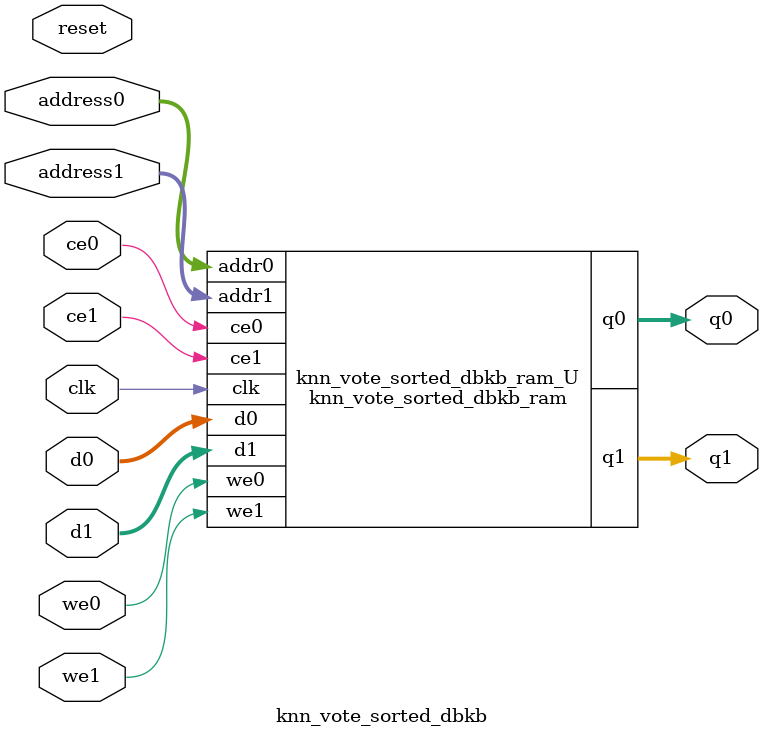
<source format=v>
`timescale 1 ns / 1 ps
module knn_vote_sorted_dbkb_ram (addr0, ce0, d0, we0, q0, addr1, ce1, d1, we1, q1,  clk);

parameter DWIDTH = 6;
parameter AWIDTH = 5;
parameter MEM_SIZE = 30;

input[AWIDTH-1:0] addr0;
input ce0;
input[DWIDTH-1:0] d0;
input we0;
output reg[DWIDTH-1:0] q0;
input[AWIDTH-1:0] addr1;
input ce1;
input[DWIDTH-1:0] d1;
input we1;
output reg[DWIDTH-1:0] q1;
input clk;

(* ram_style = "block" *)reg [DWIDTH-1:0] ram[0:MEM_SIZE-1];




always @(posedge clk)  
begin 
    if (ce0) begin
        if (we0) 
            ram[addr0] <= d0; 
        q0 <= ram[addr0];
    end
end


always @(posedge clk)  
begin 
    if (ce1) begin
        if (we1) 
            ram[addr1] <= d1; 
        q1 <= ram[addr1];
    end
end


endmodule

`timescale 1 ns / 1 ps
module knn_vote_sorted_dbkb(
    reset,
    clk,
    address0,
    ce0,
    we0,
    d0,
    q0,
    address1,
    ce1,
    we1,
    d1,
    q1);

parameter DataWidth = 32'd6;
parameter AddressRange = 32'd30;
parameter AddressWidth = 32'd5;
input reset;
input clk;
input[AddressWidth - 1:0] address0;
input ce0;
input we0;
input[DataWidth - 1:0] d0;
output[DataWidth - 1:0] q0;
input[AddressWidth - 1:0] address1;
input ce1;
input we1;
input[DataWidth - 1:0] d1;
output[DataWidth - 1:0] q1;



knn_vote_sorted_dbkb_ram knn_vote_sorted_dbkb_ram_U(
    .clk( clk ),
    .addr0( address0 ),
    .ce0( ce0 ),
    .we0( we0 ),
    .d0( d0 ),
    .q0( q0 ),
    .addr1( address1 ),
    .ce1( ce1 ),
    .we1( we1 ),
    .d1( d1 ),
    .q1( q1 ));

endmodule


</source>
